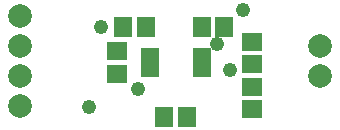
<source format=gbr>
G04 DipTrace 2.2.0.9*
%INTopMask.gbr*%
%MOIN*%
%ADD24C,0.048*%
%ADD26C,0.0789*%
%ADD28R,0.0671X0.0592*%
%ADD30R,0.0592X0.0671*%
%ADD32R,0.0632X0.0198*%
%FSLAX44Y44*%
%SFA1B1*%
%OFA0B0*%
G04*
G70*
G90*
G75*
G01*
%LNTopMask*%
%LPD*%
D24*
X11753Y6065D3*
X7065Y4815D3*
X7441Y7503D3*
X12191Y8066D3*
X8691Y5440D3*
X11316Y6941D3*
D32*
X9075Y6709D3*
Y6513D3*
Y6316D3*
Y6119D3*
Y5922D3*
X10807D3*
Y6119D3*
Y6316D3*
Y6513D3*
Y6709D3*
D30*
X8941Y7503D3*
X8193D3*
X11566D3*
X10818D3*
D28*
X12504Y7003D3*
Y6255D3*
D30*
X9566Y4503D3*
X10314D3*
D28*
X8003Y5940D3*
Y6688D3*
D26*
X14754Y5878D3*
X4753D3*
Y6878D3*
X14754D3*
D28*
X12504Y4753D3*
Y5501D3*
D26*
X4753Y7878D3*
Y4878D3*
M02*

</source>
